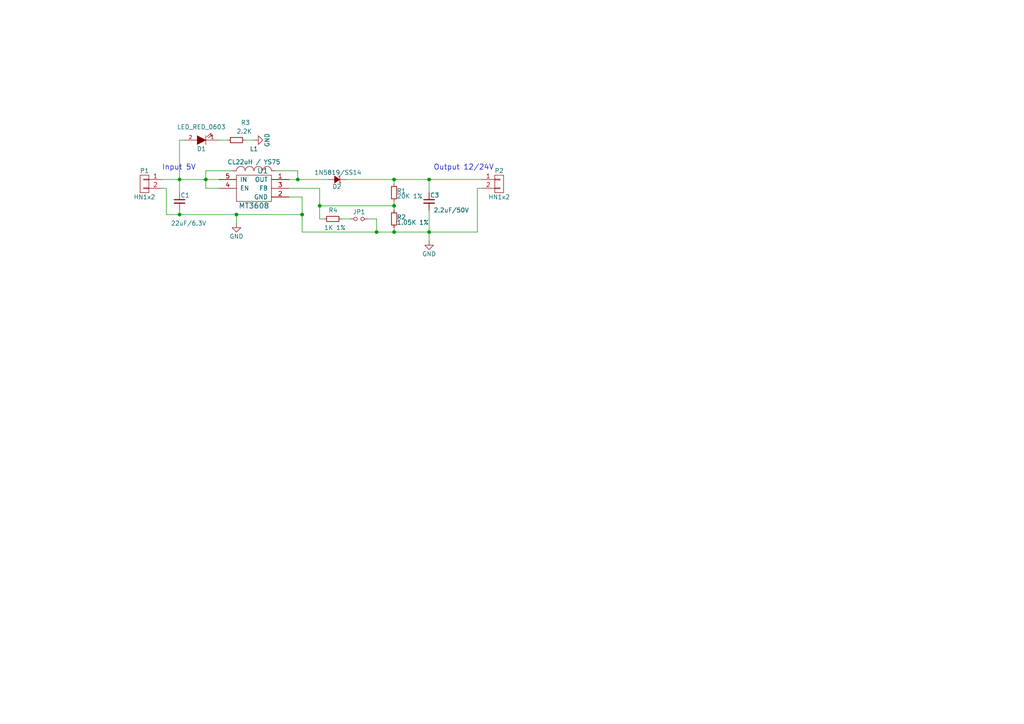
<source format=kicad_sch>
(kicad_sch (version 20230121) (generator eeschema)
  (paper "A4")
  (lib_symbols
    (symbol "BB-PWR-3608_revA-rescue:CONN_01X02" (pin_names (offset 1.016) hide)
      (property "Reference" "P" (at 0 3.81 0))
      (property "Value" "CONN_01X02" (at 2.54 0 90))
      (symbol "CONN_01X02_0_1"
        (rectangle (start -1.27 -1.143) (end 0.254 -1.397))
        (rectangle (start -1.27 1.397) (end 0.254 1.143))
        (rectangle (start -1.27 2.54) (end 1.27 -2.54))
      )
      (symbol "CONN_01X02_1_1"
        (pin passive line (at -5.08 1.27 0) (length 3.81) (name "P1") (number "1"))
        (pin passive line (at -5.08 -1.27 0) (length 3.81) (name "P2") (number "2"))
      )
    )
    (symbol "BB-PWR-3608_revA-rescue:C_Small" (pin_numbers hide) (pin_names (offset 0.254) hide)
      (property "Reference" "C" (at 0.254 1.778 0))
      (property "Value" "C_Small" (at 0.254 -2.032 0))
      (symbol "C_Small_0_1"
        (polyline (pts (xy -1.524 -0.508) (xy 1.524 -0.508)) (stroke (width 0.3302)))
        (polyline (pts (xy -1.524 0.508) (xy 1.524 0.508)) (stroke (width 0.3048)))
      )
      (symbol "C_Small_1_1"
        (pin passive line (at 0 2.54 270) (length 1.905) (name "~") (number "1"))
        (pin passive line (at 0 -2.54 90) (length 2.032) (name "~") (number "2"))
      )
    )
    (symbol "BB-PWR-3608_revA-rescue:D_Schottky_Small" (pin_numbers hide) (pin_names (offset 0.254) hide)
      (property "Reference" "D" (at -1.27 2.032 0))
      (property "Value" "D_Schottky_Small" (at -7.112 -2.032 0))
      (symbol "D_Schottky_Small_0_1"
        (polyline (pts (xy -0.762 -1.016) (xy -0.762 1.016)))
        (polyline (pts (xy -0.762 -1.016) (xy -0.508 -1.016) (xy -0.508 -0.762)))
        (polyline (pts (xy -0.762 1.016) (xy -1.016 1.016) (xy -1.016 0.762)))
        (polyline (pts (xy 0.762 -1.016) (xy -0.762 0) (xy 0.762 1.016) (xy 0.762 -1.016)) (fill (type outline)))
      )
      (symbol "D_Schottky_Small_1_1"
        (pin passive line (at -2.54 0 0) (length 1.778) (name "K") (number "1"))
        (pin passive line (at 2.54 0 180) (length 1.778) (name "A") (number "2"))
      )
    )
    (symbol "BB-PWR-3608_revA-rescue:GND" (power) (pin_names (offset 0))
      (property "Value" "GND" (at 0 -3.81 0))
      (symbol "GND_0_1"
        (polyline (pts (xy 0 0) (xy 0 -1.27) (xy 1.27 -1.27) (xy 0 -2.54) (xy -1.27 -1.27) (xy 0 -1.27)))
      )
      (symbol "GND_1_1"
        (pin power_in line (at 0 0 270) (length 0) hide (name "GND") (number "1"))
      )
    )
    (symbol "BB-PWR-3608_revA-rescue:INDUCTOR_SMALL" (pin_numbers hide) (pin_names (offset 0) hide)
      (property "Reference" "L" (at 0 2.54 0))
      (property "Value" "INDUCTOR_SMALL" (at 0 -1.27 0))
      (symbol "INDUCTOR_SMALL_0_1"
        (arc (start -2.54 0) (mid -3.81 1.2645) (end -5.08 0))
        (arc (start 0 0) (mid -1.27 1.2645) (end -2.54 0))
        (arc (start 2.54 0) (mid 1.27 1.2645) (end 0 0))
        (arc (start 5.08 0) (mid 3.81 1.2645) (end 2.54 0))
      )
      (symbol "INDUCTOR_SMALL_1_1"
        (pin input line (at -6.35 0 0) (length 1.27) (name "1") (number "1"))
        (pin input line (at 6.35 0 180) (length 1.27) (name "2") (number "2"))
      )
    )
    (symbol "BB-PWR-3608_revA-rescue:Jumper_NO_Small" (pin_numbers hide) (pin_names (offset 0.762) hide)
      (property "Reference" "JP" (at 0 2.032 0))
      (symbol "Jumper_NO_Small_0_1"
        (circle (center -1.016 0) (radius 0.508))
        (circle (center 1.016 0) (radius 0.508))
        (pin passive line (at -2.54 0 0) (length 1.016) (name "1") (number "1"))
        (pin passive line (at 2.54 0 180) (length 1.016) (name "2") (number "2"))
      )
    )
    (symbol "BB-PWR-3608_revA-rescue:LED" (pin_names (offset 1.016) hide)
      (property "Reference" "D" (at 0 2.54 0))
      (property "Value" "LED" (at 0 -2.54 0))
      (symbol "LED_0_1"
        (polyline (pts (xy -1.27 1.27) (xy -1.27 -1.27)))
        (polyline (pts (xy -2.032 -0.635) (xy -3.175 -1.651) (xy -3.048 -1.016)))
        (polyline (pts (xy -1.651 -1.016) (xy -2.794 -2.032) (xy -2.667 -1.397)))
        (polyline (pts (xy 1.27 1.27) (xy -1.27 0) (xy 1.27 -1.27)) (fill (type outline)))
      )
      (symbol "LED_1_1"
        (pin passive line (at -5.08 0 0) (length 3.81) (name "K") (number "1"))
        (pin passive line (at 5.08 0 180) (length 3.81) (name "A") (number "2"))
      )
    )
    (symbol "BB-PWR-3608_revA-rescue:MT3608" (pin_names (offset 1.016))
      (property "Reference" "U" (at 2.54 5.08 0))
      (property "Value" "MT3608" (at 0 -5.08 0))
      (symbol "MT3608_0_1"
        (rectangle (start 5.08 3.81) (end -5.08 -3.81))
      )
      (symbol "MT3608_1_1"
        (pin output line (at 10.16 2.54 180) (length 5.08) (name "OUT") (number "1"))
        (pin bidirectional line (at 10.16 -2.54 180) (length 5.08) (name "GND") (number "2"))
        (pin input line (at 10.16 0 180) (length 5.08) (name "FB") (number "3"))
        (pin input line (at -10.16 0 0) (length 5.08) (name "EN") (number "4"))
        (pin input line (at -10.16 2.54 0) (length 5.08) (name "IN") (number "5"))
        (pin input line (at -10.16 -2.54 0) (length 5.08) hide (name "n.c.") (number "6"))
      )
    )
    (symbol "BB-PWR-3608_revA-rescue:R_Small" (pin_numbers hide) (pin_names (offset 0.254) hide)
      (property "Reference" "R" (at 0.762 0.508 0))
      (property "Value" "R_Small" (at 0.762 -1.016 0))
      (symbol "R_Small_0_1"
        (rectangle (start -0.762 1.778) (end 0.762 -1.778) (stroke (width 0.2032)))
      )
      (symbol "R_Small_1_1"
        (pin passive line (at 0 2.54 270) (length 0.762) (name "~") (number "1"))
        (pin passive line (at 0 -2.54 90) (length 0.762) (name "~") (number "2"))
      )
    )
  )
  (junction (at 114.3 52.07))
  (junction (at 86.36 52.07))
  (junction (at 124.46 52.07))
  (junction (at 92.71 59.69))
  (junction (at 52.07 62.23))
  (junction (at 52.07 52.07))
  (junction (at 59.69 52.07))
  (junction (at 124.46 67.31))
  (junction (at 114.3 67.31))
  (junction (at 68.58 62.23))
  (junction (at 87.63 62.23))
  (junction (at 114.3 59.69))
  (junction (at 109.22 67.31))
  (wire (pts (xy 114.3 67.31) (xy 114.3 66.04)))
  (wire (pts (xy 48.26 54.61) (xy 48.26 62.23)))
  (wire (pts (xy 68.58 62.23) (xy 68.58 64.77)))
  (wire (pts (xy 83.82 52.07) (xy 86.36 52.07)))
  (wire (pts (xy 86.36 49.53) (xy 86.36 52.07)))
  (wire (pts (xy 83.82 57.15) (xy 87.63 57.15)))
  (wire (pts (xy 124.46 67.31) (xy 114.3 67.31)))
  (wire (pts (xy 87.63 57.15) (xy 87.63 62.23)))
  (wire (pts (xy 59.69 52.07) (xy 63.5 52.07)))
  (wire (pts (xy 92.71 63.5) (xy 93.98 63.5)))
  (wire (pts (xy 52.07 62.23) (xy 52.07 60.96)))
  (wire (pts (xy 139.7 54.61) (xy 138.43 54.61)))
  (wire (pts (xy 124.46 60.96) (xy 124.46 67.31)))
  (wire (pts (xy 109.22 63.5) (xy 109.22 67.31)))
  (wire (pts (xy 87.63 62.23) (xy 87.63 67.31)))
  (wire (pts (xy 59.69 54.61) (xy 63.5 54.61)))
  (wire (pts (xy 52.07 40.64) (xy 52.07 52.07)))
  (wire (pts (xy 114.3 59.69) (xy 114.3 60.96)))
  (wire (pts (xy 106.68 63.5) (xy 109.22 63.5)))
  (wire (pts (xy 67.31 49.53) (xy 59.69 49.53)))
  (wire (pts (xy 124.46 67.31) (xy 124.46 69.85)))
  (wire (pts (xy 52.07 62.23) (xy 68.58 62.23)))
  (wire (pts (xy 124.46 52.07) (xy 139.7 52.07)))
  (wire (pts (xy 68.58 62.23) (xy 87.63 62.23)))
  (wire (pts (xy 66.04 40.64) (xy 63.5 40.64)))
  (wire (pts (xy 99.06 63.5) (xy 101.6 63.5)))
  (wire (pts (xy 138.43 54.61) (xy 138.43 67.31)))
  (wire (pts (xy 46.99 54.61) (xy 48.26 54.61)))
  (wire (pts (xy 100.33 52.07) (xy 114.3 52.07)))
  (wire (pts (xy 92.71 59.69) (xy 92.71 63.5)))
  (wire (pts (xy 59.69 52.07) (xy 59.69 54.61)))
  (wire (pts (xy 138.43 67.31) (xy 124.46 67.31)))
  (wire (pts (xy 83.82 54.61) (xy 92.71 54.61)))
  (wire (pts (xy 92.71 59.69) (xy 114.3 59.69)))
  (wire (pts (xy 73.66 40.64) (xy 71.12 40.64)))
  (wire (pts (xy 53.34 40.64) (xy 52.07 40.64)))
  (wire (pts (xy 48.26 62.23) (xy 52.07 62.23)))
  (wire (pts (xy 114.3 52.07) (xy 124.46 52.07)))
  (wire (pts (xy 92.71 54.61) (xy 92.71 59.69)))
  (wire (pts (xy 80.01 49.53) (xy 86.36 49.53)))
  (wire (pts (xy 114.3 52.07) (xy 114.3 53.34)))
  (wire (pts (xy 114.3 67.31) (xy 109.22 67.31)))
  (wire (pts (xy 46.99 52.07) (xy 52.07 52.07)))
  (wire (pts (xy 114.3 58.42) (xy 114.3 59.69)))
  (wire (pts (xy 109.22 67.31) (xy 87.63 67.31)))
  (wire (pts (xy 52.07 52.07) (xy 52.07 55.88)))
  (wire (pts (xy 124.46 52.07) (xy 124.46 55.88)))
  (wire (pts (xy 52.07 52.07) (xy 59.69 52.07)))
  (wire (pts (xy 86.36 52.07) (xy 95.25 52.07)))
  (wire (pts (xy 59.69 49.53) (xy 59.69 52.07)))
  (text "Output 12/24V" (at 125.73 49.53 0) (effects (font (size 1.524 1.524)) (justify left bottom)))
  (text "Input 5V" (at 46.99 49.53 0) (effects (font (size 1.524 1.524)) (justify left bottom)))
  (symbol (lib_id "BB-PWR-3608_revA-rescue:CONN_01X02") (at 41.91 53.34 0) (mirror y) (unit 1)
    (property "Reference" "P1" (at 41.91 49.53 0))
    (property "Value" "HN1x2" (at 41.91 57.15 0))
    (property "Footprint" "OLIMEX_Jumpers-FP:HN1x2_Jumper" (effects hide))
  )
  (symbol (lib_id "BB-PWR-3608_revA-rescue:C_Small") (at 52.07 58.42 0) (unit 1)
    (property "Reference" "C1" (at 52.324 56.642 0) (effects (justify left)))
    (property "Value" "22uF/6.3V" (at 49.53 64.77 0) (effects (justify left)))
    (property "Footprint" "kicad_wrk:C_0603" (effects hide))
  )
  (symbol (lib_id "BB-PWR-3608_revA-rescue:INDUCTOR_SMALL") (at 73.66 49.53 0) (unit 1)
    (property "Reference" "L1" (at 73.66 43.18 0))
    (property "Value" "CL22uH / YS75" (at 73.66 46.99 0))
    (property "Footprint" "OLIMEX_RLC-FP:SD75" (effects hide))
  )
  (symbol (lib_id "BB-PWR-3608_revA-rescue:R_Small") (at 114.3 55.88 0) (unit 1)
    (property "Reference" "R1" (at 115.062 55.372 0) (effects (justify left)))
    (property "Value" "20K 1%" (at 115.062 56.896 0) (effects (justify left)))
    (property "Footprint" "OLIMEX_RLC-FP:R_0603_DWS" (effects hide))
  )
  (symbol (lib_id "BB-PWR-3608_revA-rescue:R_Small") (at 114.3 63.5 0) (unit 1)
    (property "Reference" "R2" (at 115.062 62.992 0) (effects (justify left)))
    (property "Value" "1.05K 1%" (at 115.062 64.516 0) (effects (justify left)))
    (property "Footprint" "OLIMEX_RLC-FP:R_0603_DWS" (effects hide))
  )
  (symbol (lib_id "BB-PWR-3608_revA-rescue:C_Small") (at 124.46 58.42 0) (unit 1)
    (property "Reference" "C3" (at 124.714 56.642 0) (effects (justify left)))
    (property "Value" "2.2uF/50V" (at 125.73 60.96 0) (effects (justify left)))
    (property "Footprint" "kicad_wrk:C_0603" (effects hide))
  )
  (symbol (lib_id "BB-PWR-3608_revA-rescue:GND") (at 68.58 64.77 0) (unit 1)
    (property "Reference" "#PWR01" (effects hide))
    (property "Value" "GND" (at 68.58 68.58 0))
  )
  (symbol (lib_id "BB-PWR-3608_revA-rescue:CONN_01X02") (at 144.78 53.34 0) (unit 1)
    (property "Reference" "P2" (at 144.78 49.53 0))
    (property "Value" "HN1x2" (at 144.78 57.15 0))
    (property "Footprint" "OLIMEX_Jumpers-FP:HN1x2_Jumper" (effects hide))
  )
  (symbol (lib_id "BB-PWR-3608_revA-rescue:GND") (at 124.46 69.85 0) (unit 1)
    (property "Reference" "#PWR02" (effects hide))
    (property "Value" "GND" (at 124.46 73.66 0))
  )
  (symbol (lib_id "BB-PWR-3608_revA-rescue:LED") (at 58.42 40.64 180) (unit 1)
    (property "Reference" "D1" (at 58.42 43.18 0))
    (property "Value" "LED_RED_0603" (at 58.42 36.83 0))
    (property "Footprint" "OLIMEX_LEDs-FP:LED_0603_KA" (effects hide))
  )
  (symbol (lib_id "BB-PWR-3608_revA-rescue:R_Small") (at 68.58 40.64 270) (unit 1)
    (property "Reference" "R3" (at 69.85 35.56 90) (effects (justify left)))
    (property "Value" "2.2K" (at 68.58 38.1 90) (effects (justify left)))
    (property "Footprint" "OLIMEX_RLC-FP:R_0603_DWS" (effects hide))
  )
  (symbol (lib_id "BB-PWR-3608_revA-rescue:GND") (at 73.66 40.64 90) (unit 1)
    (property "Reference" "#PWR03" (effects hide))
    (property "Value" "GND" (at 77.47 40.64 0))
  )
  (symbol (lib_id "BB-PWR-3608_revA-rescue:D_Schottky_Small") (at 97.79 52.07 180) (unit 1)
    (property "Reference" "D2" (at 99.06 54.102 0) (effects (justify left)))
    (property "Value" "1N5819/SS14" (at 104.902 50.038 0) (effects (justify left)))
    (property "Footprint" "OLIMEX_Diodes-FP:SOD106-R-KA" (effects hide))
  )
  (symbol (lib_id "BB-PWR-3608_revA-rescue:MT3608") (at 73.66 54.61 0) (unit 1)
    (property "Reference" "U1" (at 76.2 49.53 0) (effects (font (size 1.524 1.524))))
    (property "Value" "MT3608" (at 73.66 59.69 0) (effects (font (size 1.524 1.524))))
    (property "Footprint" "OLIMEX_IC-FP:SOT23-6" (effects hide))
  )
  (symbol (lib_id "BB-PWR-3608_revA-rescue:R_Small") (at 96.52 63.5 270) (unit 1)
    (property "Reference" "R4" (at 95.25 60.96 90) (effects (justify left)))
    (property "Value" "1K 1%" (at 93.98 66.04 90) (effects (justify left)))
    (property "Footprint" "OLIMEX_RLC-FP:R_0603_DWS" (effects hide))
  )
  (symbol (lib_id "BB-PWR-3608_revA-rescue:Jumper_NO_Small") (at 104.14 63.5 0) (unit 1)
    (property "Reference" "JP1" (at 104.14 61.468 0))
    (property "Value" "Jumper_NO_Small" (effects hide))
    (property "Footprint" "kicad_wrk:JUMP_SMD" (effects hide))
  )
)
</source>
